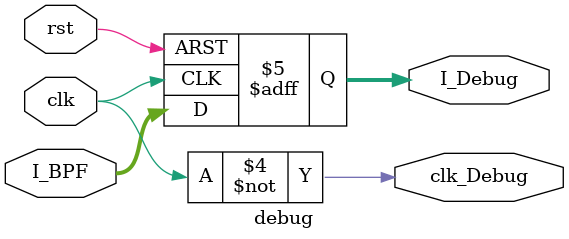
<source format=v>
module debug(
    input wire clk,                                 // 16MHz clock    
    input wire rst,                                 // reset                         
    input wire [3:0] I_BPF,                         // I_BPF input
    output reg clk_Debug,
    output reg [3:0] I_Debug                       // I_BPF passthrough
    
    );
    
    always@(posedge clk or negedge rst)begin     
        if (!rst) begin
            I_Debug <= 0;
        end 
        else begin
            I_Debug <= I_BPF;
        end
    end
    always@ * begin
        clk_Debug <= ~clk;
    end
endmodule
</source>
